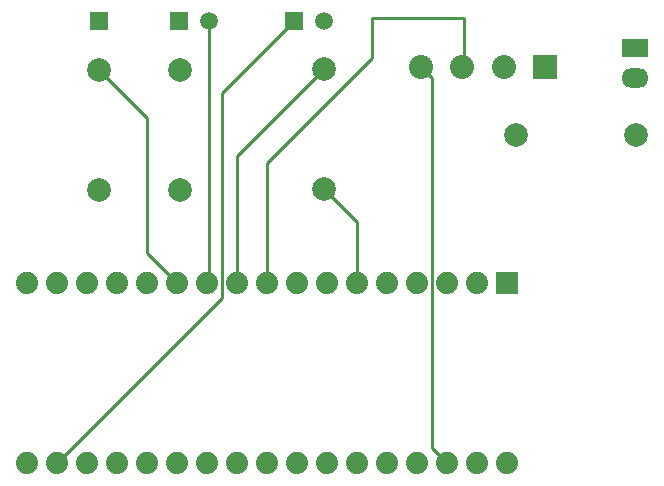
<source format=gtl>
G04 Layer: TopLayer*
G04 EasyEDA v6.5.23, 2023-04-28 09:12:44*
G04 028e3914a6f949ed9ca799ef75e4ed4f,10*
G04 Gerber Generator version 0.2*
G04 Scale: 100 percent, Rotated: No, Reflected: No *
G04 Dimensions in millimeters *
G04 leading zeros omitted , absolute positions ,4 integer and 5 decimal *
%FSLAX45Y45*%
%MOMM*%

%ADD10C,0.2540*%
%ADD11R,1.5748X1.5748*%
%ADD12R,2.0320X2.0320*%
%ADD13C,2.0320*%
%ADD14C,1.4986*%
%ADD15R,1.4986X1.4986*%
%ADD16C,2.0000*%
%ADD17R,1.8796X1.8796*%
%ADD18C,1.8796*%
%ADD19R,2.3000X1.6500*%
%ADD20O,2.2999954X1.6500094*%

%LPD*%
D10*
X3619500Y6540500D02*
G01*
X3897401Y6262598D01*
X3897401Y5740400D01*
X2641600Y7962900D02*
G01*
X2641600Y5754573D01*
X2627426Y5740400D01*
X3619500Y7556500D02*
G01*
X2881401Y6818401D01*
X2881401Y5740400D01*
X3135398Y5740400D02*
G01*
X3135398Y6754898D01*
X4025900Y7645400D01*
X4025900Y7988300D01*
X4800600Y7988300D01*
X4800600Y7580629D01*
X4789170Y7569200D01*
X4662375Y4216400D02*
G01*
X4533900Y4344875D01*
X4533900Y7476489D01*
X4441190Y7569200D01*
X1360398Y4216400D02*
G01*
X2755900Y5611901D01*
X2755900Y7353300D01*
X3365500Y7962900D01*
X1714500Y7543800D02*
G01*
X2120900Y7137400D01*
X2120900Y5992926D01*
X2373426Y5740400D01*
D11*
G01*
X1714500Y7962900D03*
D12*
G01*
X5490209Y7569200D03*
D13*
G01*
X5139690Y7569200D03*
G01*
X4789170Y7569200D03*
G01*
X4441190Y7569200D03*
D14*
G01*
X2641600Y7962900D03*
D15*
G01*
X2387600Y7962900D03*
D14*
G01*
X3619500Y7962900D03*
D15*
G01*
X3365500Y7962900D03*
D16*
G01*
X6261100Y6997700D03*
G01*
X5245100Y6997700D03*
G01*
X3619500Y7556500D03*
G01*
X3619500Y6540500D03*
G01*
X2400300Y7543800D03*
G01*
X2400300Y6527800D03*
G01*
X1714500Y7543800D03*
G01*
X1714500Y6527800D03*
D17*
G01*
X5167401Y5740400D03*
D18*
G01*
X4913401Y5740400D03*
G01*
X4659401Y5740400D03*
G01*
X4405401Y5740400D03*
G01*
X4151401Y5740400D03*
G01*
X3897401Y5740400D03*
G01*
X3643401Y5740400D03*
G01*
X3389401Y5740400D03*
G01*
X3135401Y5740400D03*
G01*
X2881401Y5740400D03*
G01*
X2627426Y5740400D03*
G01*
X2373426Y5740400D03*
G01*
X1611426Y5740400D03*
G01*
X1357426Y5740400D03*
G01*
X1103426Y5740400D03*
G01*
X1103426Y4216400D03*
G01*
X1360398Y4216400D03*
G01*
X1614398Y4216400D03*
G01*
X1868398Y4216400D03*
G01*
X2122398Y4216400D03*
G01*
X2376398Y4216400D03*
G01*
X2630398Y4216400D03*
G01*
X2884398Y4216400D03*
G01*
X3138373Y4216400D03*
G01*
X2119426Y5740400D03*
G01*
X1865426Y5740400D03*
G01*
X3392373Y4216400D03*
G01*
X3646373Y4216400D03*
G01*
X3900373Y4216400D03*
G01*
X4154373Y4216400D03*
G01*
X4408373Y4216400D03*
G01*
X4662373Y4216400D03*
G01*
X4916373Y4216400D03*
G01*
X5170373Y4216400D03*
D19*
G01*
X6248400Y7734300D03*
D20*
G01*
X6248400Y7480300D03*
M02*

</source>
